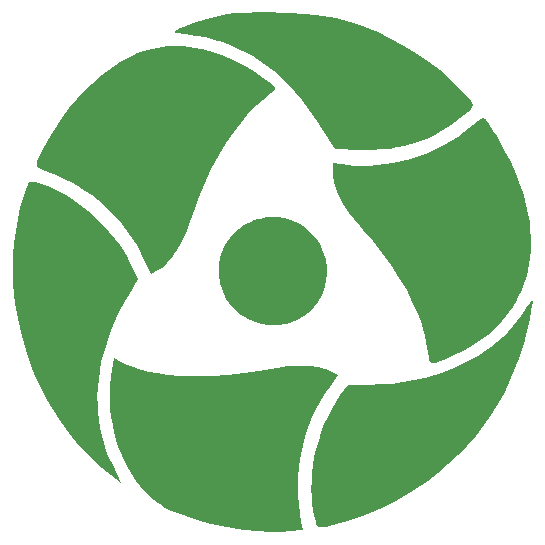
<source format=gto>
G04 Layer: TopSilkscreenLayer*
G04 EasyEDA Pro v1.9.29.eba1c1, 2023-07-30 16:19:25*
G04 Gerber Generator version 0.3*
G04 Scale: 100 percent, Rotated: No, Reflected: No*
G04 Dimensions in millimeters*
G04 Leading zeros omitted, absolute positions, 3 integers and 3 decimals*
%FSLAX33Y33*%
%MOMM*%
%ADD10C,0.254*%
G75*


G04 Image Start*
G36*
G01X-10057Y18922D02*
G01X-10057Y18922D01*
G01X-10431Y18841D01*
G01X-10827Y18734D01*
G01X-11245Y18597D01*
G01X-11686Y18427D01*
G01X-12148Y18222D01*
G01X-12651Y17967D01*
G01X-13173Y17668D01*
G01X-13734Y17307D01*
G01X-14310Y16894D01*
G01X-14919Y16408D01*
G01X-15537Y15861D01*
G01X-16180Y15232D01*
G01X-16823Y14536D01*
G01X-17462Y13771D01*
G01X-18091Y12936D01*
G01X-18702Y12031D01*
G01X-19276Y11082D01*
G01X-19779Y10147D01*
G01X-20116Y9481D01*
G01X-20170Y9356D01*
G01X-20196Y9287D01*
G01X-20214Y9230D01*
G01X-20224Y9191D01*
G01X-20231Y9154D01*
G01X-20235Y9126D01*
G01X-20237Y9099D01*
G01Y9072D01*
G01Y9053D01*
G01X-20235Y9034D01*
G01X-20232Y9015D01*
G01X-20228Y8997D01*
G01X-20224Y8979D01*
G01X-20218Y8962D01*
G01X-20211Y8945D01*
G01X-20203Y8928D01*
G01X-20193Y8911D01*
G01X-20183Y8895D01*
G01X-20172Y8879D01*
G01X-20155Y8857D01*
G01X-20136Y8837D01*
G01X-20115Y8816D01*
G01X-20085Y8790D01*
G01X-20052Y8765D01*
G01X-20008Y8734D01*
G01X-19942Y8693D01*
G01X-19845Y8641D01*
G01X-19659Y8552D01*
G01X-18578Y8111D01*
G01X-17935Y7832D01*
G01X-17310Y7521D01*
G01X-16702Y7181D01*
G01X-16114Y6810D01*
G01X-15546Y6412D01*
G01X-14999Y5985D01*
G01X-14459Y5518D01*
G01X-13944Y5023D01*
G01X-13454Y4502D01*
G01X-12990Y3956D01*
G01X-12553Y3384D01*
G01X-12145Y2789D01*
G01X-11765Y2171D01*
G01X-11417Y1531D01*
G01X-11289Y1277D01*
G01X-10530Y-279D01*
G01X-9913Y96D01*
G01X-9767Y191D01*
G01X-9622Y296D01*
G01X-9467Y423D01*
G01X-9314Y561D01*
G01X-9150Y726D01*
G01X-8977Y919D01*
G01X-8794Y1145D01*
G01X-8590Y1425D01*
G01X-8367Y1770D01*
G01X-8125Y2189D01*
G01X-7854Y2717D01*
G01X-7535Y3428D01*
G01X-7160Y4394D01*
G01X-6919Y5094D01*
G01X-6508Y6239D01*
G01X-6008Y7439D01*
G01X-5428Y8654D01*
G01X-4797Y9824D01*
G01X-4151Y10890D01*
G01X-3526Y11812D01*
G01X-2951Y12575D01*
G01X-2432Y13194D01*
G01X-1977Y13685D01*
G01X-1587Y14064D01*
G01X-1239Y14370D01*
G01X-1059Y14515D01*
G01X-370Y15059D01*
G01X-261Y15156D01*
G01X-203Y15213D01*
G01X-166Y15255D01*
G01X-142Y15284D01*
G01X-122Y15312D01*
G01X-108Y15334D01*
G01X-96Y15355D01*
G01X-88Y15371D01*
G01X-82Y15387D01*
G01X-76Y15402D01*
G01X-72Y15418D01*
G01X-68Y15433D01*
G01X-66Y15449D01*
G01X-65Y15464D01*
G01Y15479D01*
G01X-66Y15494D01*
G01X-68Y15509D01*
G01X-71Y15525D01*
G01X-76Y15540D01*
G01X-81Y15555D01*
G01X-88Y15571D01*
G01X-95Y15586D01*
G01X-107Y15607D01*
G01X-121Y15628D01*
G01X-141Y15655D01*
G01X-165Y15683D01*
G01X-197Y15717D01*
G01X-246Y15765D01*
G01X-327Y15835D01*
G01X-523Y15987D01*
G01X-1077Y16389D01*
G01X-1728Y16839D01*
G01X-2391Y17249D01*
G01X-3065Y17619D01*
G01X-3728Y17941D01*
G01X-4377Y18217D01*
G01X-5010Y18449D01*
G01X-5626Y18639D01*
G01X-6221Y18791D01*
G01X-6794Y18906D01*
G01X-7327Y18986D01*
G01X-7837Y19036D01*
G01X-8323Y19059D01*
G01X-8785Y19057D01*
G01X-9223Y19034D01*
G01X-9636Y18990D01*
G01X-10025Y18928D01*
G01X-10057Y18922D01*
G37*
G36*
G01X21126Y-3298D02*
G01X21126Y-3298D01*
G01X20816Y-3762D01*
G01X20474Y-4222D01*
G01X20100Y-4676D01*
G01X19691Y-5123D01*
G01X19248Y-5560D01*
G01X18769Y-5987D01*
G01X18253Y-6401D01*
G01X17701Y-6800D01*
G01X17112Y-7182D01*
G01X16471Y-7553D01*
G01X15792Y-7901D01*
G01X15073Y-8225D01*
G01X14301Y-8528D01*
G01X13489Y-8799D01*
G01X12637Y-9036D01*
G01X11746Y-9237D01*
G01X10817Y-9398D01*
G01X9850Y-9516D01*
G01X8846Y-9588D01*
G01X7892Y-9610D01*
G01X6112D01*
G01X5484Y-10524D01*
G01X5112Y-11097D01*
G01X4769Y-11690D01*
G01X4446Y-12318D01*
G01X4146Y-12982D01*
G01X3881Y-13659D01*
G01X3652Y-14347D01*
G01X3457Y-15044D01*
G01X3299Y-15746D01*
G01X3178Y-16451D01*
G01X3096Y-17136D01*
G01X3050Y-17797D01*
G01X3039Y-18434D01*
G01X3059Y-19045D01*
G01X3107Y-19628D01*
G01X3181Y-20183D01*
G01X3279Y-20708D01*
G01X3283Y-20728D01*
G01X3387Y-21190D01*
G01X3419Y-21301D01*
G01X3442Y-21367D01*
G01X3464Y-21419D01*
G01X3480Y-21453D01*
G01X3497Y-21485D01*
G01X3512Y-21509D01*
G01X3528Y-21531D01*
G01X3544Y-21552D01*
G01X3561Y-21572D01*
G01X3575Y-21585D01*
G01X3589Y-21598D01*
G01X3604Y-21610D01*
G01X3619Y-21621D01*
G01X3635Y-21631D01*
G01X3652Y-21640D01*
G01X3670Y-21649D01*
G01X3688Y-21657D01*
G01X3713Y-21666D01*
G01X3740Y-21674D01*
G01X3768Y-21681D01*
G01X3798Y-21686D01*
G01X3837Y-21690D01*
G01X3879Y-21693D01*
G01X3933D01*
G01X4002Y-21689D01*
G01X4098Y-21679D01*
G01X4244Y-21655D01*
G01X4517Y-21596D01*
G01X5817Y-21235D01*
G01X6919Y-20887D01*
G01X7994Y-20487D01*
G01X9041Y-20036D01*
G01X10057Y-19536D01*
G01X11042Y-18987D01*
G01X11994Y-18392D01*
G01X12912Y-17752D01*
G01X13794Y-17069D01*
G01X14639Y-16345D01*
G01X15445Y-15580D01*
G01X16211Y-14776D01*
G01X16935Y-13936D01*
G01X17617Y-13061D01*
G01X18254Y-12151D01*
G01X18845Y-11209D01*
G01X19389Y-10237D01*
G01X19884Y-9235D01*
G01X20320Y-8228D01*
G01X20707Y-7197D01*
G01X21043Y-6141D01*
G01X21327Y-5064D01*
G01X21535Y-4087D01*
G01X21744Y-2898D01*
G01X21765Y-2721D01*
G01X21769Y-2645D01*
G01X21770Y-2600D01*
G01X21769Y-2573D01*
G01X21767Y-2554D01*
G01X21765Y-2541D01*
G01X21763Y-2530D01*
G01X21761Y-2523D01*
G01X21759Y-2517D01*
G01X21757Y-2511D01*
G01X21754Y-2506D01*
G01X21752Y-2501D01*
G01X21750Y-2499D01*
G01X21749Y-2497D01*
G01X21748Y-2496D01*
G01X21746Y-2494D01*
G01X21744Y-2492D01*
G01X21743Y-2491D01*
G01X21741Y-2490D01*
G01X21739Y-2489D01*
G01X21738Y-2488D01*
G01X21736Y-2487D01*
G01X21734D01*
G01X21732Y-2486D01*
G01X21730D01*
G01X21728D01*
G01X21726Y-2485D01*
G01X21723Y-2486D01*
G01X21721D01*
G01X21719D01*
G01X21717Y-2487D01*
G01X21712Y-2488D01*
G01X21707Y-2490D01*
G01X21701Y-2493D01*
G01X21696Y-2496D01*
G01X21687Y-2501D01*
G01X21678Y-2508D01*
G01X21665Y-2519D01*
G01X21647Y-2536D01*
G01X21624Y-2561D01*
G01X21586Y-2607D01*
G01X21511Y-2707D01*
G01X21236Y-3124D01*
G01X21126Y-3298D01*
G37*
G36*
G01X16402Y12114D02*
G01X16402Y12114D01*
G01X15929Y11740D01*
G01X15416Y11374D01*
G01X14844Y11008D01*
G01X14231Y10659D01*
G01X13576Y10329D01*
G01X12883Y10023D01*
G01X12172Y9752D01*
G01X11449Y9517D01*
G01X10716Y9319D01*
G01X9977Y9159D01*
G01X9258Y9041D01*
G01X8560Y8964D01*
G01X7888Y8923D01*
G01X7264Y8918D01*
G01X6669Y8943D01*
G01X6244Y8980D01*
G01X4881Y9127D01*
G01Y8281D01*
G01X4886Y8106D01*
G01X4900Y7928D01*
G01X4926Y7730D01*
G01X4964Y7529D01*
G01X5018Y7307D01*
G01X5090Y7063D01*
G01X5185Y6798D01*
G01X5305Y6509D01*
G01X5454Y6195D01*
G01X5647Y5838D01*
G01X5892Y5434D01*
G01X6214Y4962D01*
G01X6611Y4437D01*
G01X7133Y3817D01*
G01X7419Y3501D01*
G01X8237Y2572D01*
G01X9039Y1562D01*
G01X9800Y499D01*
G01X10495Y-582D01*
G01X11095Y-1629D01*
G01X11593Y-2608D01*
G01X11987Y-3490D01*
G01X12283Y-4255D01*
G01X12503Y-4922D01*
G01X12661Y-5495D01*
G01X12771Y-5995D01*
G01X12843Y-6426D01*
G01X12850Y-6476D01*
G01X12965Y-7274D01*
G01X12995Y-7417D01*
G01X13016Y-7497D01*
G01X13033Y-7552D01*
G01X13049Y-7595D01*
G01X13064Y-7627D01*
G01X13079Y-7657D01*
G01X13091Y-7679D01*
G01X13105Y-7699D01*
G01X13115Y-7713D01*
G01X13126Y-7726D01*
G01X13137Y-7738D01*
G01X13149Y-7749D01*
G01X13161Y-7759D01*
G01X13174Y-7769D01*
G01X13187Y-7777D01*
G01X13201Y-7785D01*
G01X13215Y-7791D01*
G01X13229Y-7797D01*
G01X13245Y-7802D01*
G01X13260Y-7806D01*
G01X13277Y-7809D01*
G01X13294Y-7812D01*
G01X13317Y-7814D01*
G01X13342D01*
G01X13368D01*
G01X13401Y-7811D01*
G01X13445Y-7804D01*
G01X13499Y-7793D01*
G01X13576Y-7774D01*
G01X13699Y-7734D01*
G01X14051Y-7600D01*
G01X14409Y-7455D01*
G01X15151Y-7132D01*
G01X15833Y-6794D01*
G01X16458Y-6443D01*
G01X17011Y-6094D01*
G01X17516Y-5739D01*
G01X17992Y-5367D01*
G01X18424Y-4992D01*
G01X18814Y-4617D01*
G01X19180Y-4227D01*
G01X19508Y-3840D01*
G01X19812Y-3440D01*
G01X20094Y-3028D01*
G01X20342Y-2622D01*
G01X20568Y-2205D01*
G01X20773Y-1778D01*
G01X20956Y-1341D01*
G01X21124Y-876D01*
G01X21267Y-400D01*
G01X21388Y86D01*
G01X21488Y602D01*
G01X21562Y1127D01*
G01X21611Y1683D01*
G01X21633Y2250D01*
G01X21625Y2847D01*
G01X21586Y3477D01*
G01X21511Y4139D01*
G01X21392Y4857D01*
G01X21228Y5610D01*
G01X21008Y6421D01*
G01X20723Y7291D01*
G01X20364Y8221D01*
G01X19921Y9214D01*
G01X19386Y10268D01*
G01X18731Y11410D01*
G01X18436Y11886D01*
G01X17988Y12593D01*
G01X17910Y12701D01*
G01X17860Y12765D01*
G01X17822Y12807D01*
G01X17791Y12839D01*
G01X17765Y12862D01*
G01X17744Y12878D01*
G01X17723Y12893D01*
G01X17703Y12905D01*
G01X17687Y12914D01*
G01X17672Y12921D01*
G01X17656Y12927D01*
G01X17640Y12932D01*
G01X17625Y12936D01*
G01X17609Y12939D01*
G01X17592Y12941D01*
G01X17576Y12942D01*
G01X17559D01*
G01X17543Y12941D01*
G01X17525Y12939D01*
G01X17508Y12936D01*
G01X17484Y12930D01*
G01X17460Y12922D01*
G01X17435Y12913D01*
G01X17402Y12899D01*
G01X17361Y12878D01*
G01X17311Y12849D01*
G01X17242Y12803D01*
G01X17122Y12715D01*
G01X16402Y12114D01*
G37*
G36*
G01X-4139Y21742D02*
G01X-4139Y21742D01*
G01X-4821Y21601D01*
G01X-5836Y21338D01*
G01X-6971Y20984D01*
G01X-7744Y20702D01*
G01X-8117Y20544D01*
G01X-8304Y20453D01*
G01X-8401Y20400D01*
G01X-8462Y20362D01*
G01X-8498Y20337D01*
G01X-8522Y20317D01*
G01X-8537Y20304D01*
G01X-8546Y20295D01*
G01X-8554Y20286D01*
G01X-8560Y20278D01*
G01X-8565Y20270D01*
G01X-8568Y20266D01*
G01X-8569Y20262D01*
G01X-8571Y20259D01*
G01X-8572Y20255D01*
G01X-8573Y20251D01*
G01X-8574Y20248D01*
G01Y20245D01*
G01Y20241D01*
G01Y20238D01*
G01X-8573Y20235D01*
G01Y20232D01*
G01X-8571Y20229D01*
G01X-8570Y20226D01*
G01X-8568Y20223D01*
G01X-8566Y20220D01*
G01X-8563Y20218D01*
G01X-8560Y20215D01*
G01X-8557Y20212D01*
G01X-8554Y20210D01*
G01X-8550Y20208D01*
G01X-8541Y20203D01*
G01X-8531Y20199D01*
G01X-8520Y20196D01*
G01X-8507Y20192D01*
G01X-8486Y20188D01*
G01X-8452Y20184D01*
G01X-8443Y20183D01*
G01X-7538Y20084D01*
G01X-6703Y19950D01*
G01X-5920Y19783D01*
G01X-5185Y19588D01*
G01X-4484Y19363D01*
G01X-3814Y19110D01*
G01X-3173Y18830D01*
G01X-2549Y18519D01*
G01X-1941Y18177D01*
G01X-1336Y17795D01*
G01X-746Y17380D01*
G01X-161Y16922D01*
G01X431Y16409D01*
G01X1027Y15837D01*
G01X1627Y15200D01*
G01X2238Y14481D01*
G01X2869Y13659D01*
G01X3525Y12710D01*
G01X3949Y12039D01*
G01X4999Y10320D01*
G01X7257Y10262D01*
G01X8188D01*
G01X8984Y10302D01*
G01X9678Y10373D01*
G01X10298Y10468D01*
G01X10883Y10588D01*
G01X11438Y10732D01*
G01X11964Y10898D01*
G01X12481Y11090D01*
G01X12989Y11309D01*
G01X13505Y11563D01*
G01X14046Y11864D01*
G01X14613Y12218D01*
G01X15223Y12643D01*
G01X15655Y12972D01*
G01X16270Y13467D01*
G01X16397Y13584D01*
G01X16472Y13659D01*
G01X16523Y13716D01*
G01X16561Y13763D01*
G01X16589Y13802D01*
G01X16614Y13840D01*
G01X16631Y13871D01*
G01X16646Y13901D01*
G01X16659Y13931D01*
G01X16670Y13961D01*
G01X16676Y13983D01*
G01X16681Y14006D01*
G01X16685Y14029D01*
G01X16688Y14052D01*
G01X16689Y14074D01*
G01X16690Y14097D01*
G01X16688Y14121D01*
G01X16686Y14144D01*
G01X16682Y14168D01*
G01X16675Y14200D01*
G01X16666Y14232D01*
G01X16655Y14265D01*
G01X16641Y14299D01*
G01X16621Y14343D01*
G01X16592Y14396D01*
G01X16551Y14461D01*
G01X16496Y14540D01*
G01X16405Y14655D01*
G01X16240Y14842D01*
G01X15402Y15685D01*
G01X14724Y16319D01*
G01X13928Y16992D01*
G01X13008Y17693D01*
G01X12001Y18384D01*
G01X10912Y19052D01*
G01X9791Y19665D01*
G01X8672Y20206D01*
G01X7610Y20654D01*
G01X6634Y21009D01*
G01X5751Y21281D01*
G01X5487Y21353D01*
G01X5165Y21428D01*
G01X4568Y21534D01*
G01X3406Y21680D01*
G01X1271Y21841D01*
G01X-1215Y21908D01*
G01X-2796Y21874D01*
G01X-3585Y21816D01*
G01X-4020Y21762D01*
G01X-4139Y21742D01*
G37*
G36*
G01X-13831Y-8347D02*
G01X-13831Y-8347D01*
G01X-13925Y-8999D01*
G01X-13987Y-9665D01*
G01X-14016Y-10343D01*
G01X-14011Y-11017D01*
G01X-13972Y-11685D01*
G01X-13898Y-12359D01*
G01X-13794Y-13008D01*
G01X-13659Y-13645D01*
G01X-13493Y-14268D01*
G01X-13302Y-14863D01*
G01X-13089Y-15427D01*
G01X-12856Y-15961D01*
G01X-12606Y-16465D01*
G01X-12340Y-16938D01*
G01X-12061Y-17381D01*
G01X-11771Y-17793D01*
G01X-11480Y-18166D01*
G01X-11181Y-18509D01*
G01X-10878Y-18825D01*
G01X-10571Y-19114D01*
G01X-10261Y-19376D01*
G01X-9950Y-19613D01*
G01X-9640Y-19826D01*
G01X-9330Y-20015D01*
G01X-9024Y-20182D01*
G01X-8797Y-20293D01*
G01X-8297Y-20509D01*
G01X-7608Y-20767D01*
G01X-6682Y-21061D01*
G01X-5481Y-21377D01*
G01X-4076Y-21672D01*
G01X-2661Y-21896D01*
G01X-1438Y-22028D01*
G01X-483Y-22082D01*
G01X220Y-22087D01*
G01X750Y-22063D01*
G01X1071Y-22034D01*
G01X2294Y-21895D01*
G01X2171Y-21266D01*
G01X2042Y-20499D01*
G01X1951Y-19731D01*
G01X1900Y-18963D01*
G01X1887Y-18174D01*
G01X1915Y-17388D01*
G01X1980Y-16632D01*
G01X2082Y-15882D01*
G01X2222Y-15142D01*
G01X2398Y-14412D01*
G01X2611Y-13695D01*
G01X2851Y-13013D01*
G01X3124Y-12347D01*
G01X3431Y-11696D01*
G01X3759Y-11083D01*
G01X4117Y-10489D01*
G01X4492Y-9932D01*
G01X4600Y-9782D01*
G01X5321Y-8797D01*
G01X4445Y-8398D01*
G01X4277Y-8327D01*
G01X4100Y-8263D01*
G01X3900Y-8202D01*
G01X3672Y-8145D01*
G01X3414Y-8095D01*
G01X3123Y-8054D01*
G01X2774Y-8024D01*
G01X2357Y-8008D01*
G01X1817Y-8016D01*
G01X1099Y-8065D01*
G01X104Y-8183D01*
G01X-1384Y-8435D01*
G01X-2685Y-8650D01*
G01X-4057Y-8807D01*
G01X-5446Y-8896D01*
G01X-6779Y-8915D01*
G01X-7994Y-8871D01*
G01X-9061Y-8778D01*
G01X-9960Y-8654D01*
G01X-10714Y-8512D01*
G01X-11332Y-8362D01*
G01X-11838Y-8212D01*
G01X-12251Y-8066D01*
G01X-12596Y-7924D01*
G01X-12882Y-7790D01*
G01X-12910Y-7775D01*
G01X-13667Y-7388D01*
G01X-13831Y-8347D01*
G37*
G36*
G01X-21325Y6346D02*
G01X-21325Y6346D01*
G01X-21591Y5396D01*
G01X-21815Y4410D01*
G01X-21994Y3389D01*
G01X-22122Y2347D01*
G01X-22200Y1274D01*
G01X-22225Y172D01*
G01X-22194Y-944D01*
G01X-22104Y-2084D01*
G01X-21955Y-3231D01*
G01X-21746Y-4383D01*
G01X-21480Y-5524D01*
G01X-21156Y-6649D01*
G01X-20777Y-7756D01*
G01X-20342Y-8842D01*
G01X-19860Y-9892D01*
G01X-19332Y-10903D01*
G01X-18762Y-11874D01*
G01X-18158Y-12792D01*
G01X-17518Y-13667D01*
G01X-16852Y-14488D01*
G01X-16163Y-15254D01*
G01X-15446Y-15974D01*
G01X-14713Y-16641D01*
G01X-13967Y-17254D01*
G01X-13947Y-17269D01*
G01X-13092Y-17934D01*
G01X-13797Y-16446D01*
G01X-14073Y-15823D01*
G01X-14316Y-15192D01*
G01X-14525Y-14553D01*
G01X-14697Y-13921D01*
G01X-14837Y-13283D01*
G01X-14946Y-12625D01*
G01X-15023Y-11962D01*
G01X-15065Y-11293D01*
G01X-15074Y-10605D01*
G01X-15048Y-9898D01*
G01X-14983Y-9173D01*
G01X-14879Y-8430D01*
G01X-14732Y-7669D01*
G01X-14541Y-6891D01*
G01X-14299Y-6082D01*
G01X-14001Y-5241D01*
G01X-13641Y-4370D01*
G01X-13208Y-3455D01*
G01X-12702Y-2512D01*
G01X-12440Y-2063D01*
G01X-11614Y-687D01*
G01X-12391Y871D01*
G01X-12602Y1265D01*
G01X-12860Y1696D01*
G01X-13185Y2180D01*
G01X-13583Y2712D01*
G01X-14060Y3287D01*
G01X-14621Y3897D01*
G01X-15234Y4499D01*
G01X-15892Y5083D01*
G01X-16553Y5612D01*
G01X-17188Y6070D01*
G01X-17773Y6447D01*
G01X-18283Y6741D01*
G01X-18734Y6971D01*
G01X-19126Y7147D01*
G01X-19476Y7284D01*
G01X-19786Y7386D01*
G01X-20056Y7460D01*
G01X-20287Y7510D01*
G01X-20510Y7549D01*
G01X-20576Y7557D01*
G01X-20626Y7560D01*
G01X-20663D01*
G01X-20689Y7558D01*
G01X-20715Y7555D01*
G01X-20739Y7550D01*
G01X-20755Y7546D01*
G01X-20770Y7541D01*
G01X-20785Y7536D01*
G01X-20799Y7529D01*
G01X-20813Y7522D01*
G01X-20827Y7514D01*
G01X-20840Y7505D01*
G01X-20853Y7495D01*
G01X-20866Y7484D01*
G01X-20885Y7466D01*
G01X-20903Y7446D01*
G01X-20922Y7424D01*
G01X-20939Y7399D01*
G01X-20963Y7361D01*
G01X-20992Y7308D01*
G01X-21026Y7234D01*
G01X-21080Y7101D01*
G01X-21216Y6697D01*
G01X-21325Y6346D01*
G37*
G36*
G01X-2480Y3992D02*
G01X-2480Y3992D01*
G01X-2690Y3870D01*
G01X-2889Y3739D01*
G01X-3078Y3600D01*
G01X-3258Y3453D01*
G01X-3427Y3299D01*
G01X-3587Y3138D01*
G01X-3737Y2971D01*
G01X-3877Y2797D01*
G01X-4008Y2617D01*
G01X-4128Y2433D01*
G01X-4247Y2227D01*
G01X-4355Y2016D01*
G01X-4451Y1801D01*
G01X-4535Y1581D01*
G01X-4608Y1358D01*
G01X-4669Y1131D01*
G01X-4718Y902D01*
G01X-4756Y671D01*
G01X-4782Y439D01*
G01X-4797Y187D01*
G01X-4799Y-65D01*
G01X-4787Y-317D01*
G01X-4763Y-550D01*
G01X-4728Y-782D01*
G01X-4682Y-1013D01*
G01X-4623Y-1241D01*
G01X-4553Y-1466D01*
G01X-4471Y-1688D01*
G01X-4377Y-1906D01*
G01X-4272Y-2120D01*
G01X-4155Y-2329D01*
G01X-4026Y-2533D01*
G01X-3897Y-2716D01*
G01X-3757Y-2893D01*
G01X-3608Y-3064D01*
G01X-3448Y-3229D01*
G01X-3279Y-3388D01*
G01X-3099Y-3539D01*
G01X-2909Y-3683D01*
G01X-2710Y-3818D01*
G01X-2588Y-3894D01*
G01X-2350Y-4029D01*
G01X-2108Y-4149D01*
G01X-1884Y-4246D01*
G01X-1659Y-4331D01*
G01X-1432Y-4403D01*
G01X-1205Y-4463D01*
G01X-978Y-4511D01*
G01X-751Y-4548D01*
G01X-525Y-4572D01*
G01X-281Y-4586D01*
G01X-38D01*
G01X203Y-4573D01*
G01X441Y-4548D01*
G01X677Y-4510D01*
G01X909Y-4460D01*
G01X1138Y-4399D01*
G01X1363Y-4325D01*
G01X1583Y-4240D01*
G01X1798Y-4144D01*
G01X2007Y-4037D01*
G01X2211Y-3919D01*
G01X2408Y-3790D01*
G01X2598Y-3652D01*
G01X2781Y-3503D01*
G01X2956Y-3345D01*
G01X3124Y-3178D01*
G01X3282Y-3001D01*
G01X3432Y-2815D01*
G01X3572Y-2620D01*
G01X3702Y-2417D01*
G01X3813Y-2223D01*
G01X3914Y-2021D01*
G01X4006Y-1813D01*
G01X4089Y-1599D01*
G01X4161Y-1378D01*
G01X4222Y-1152D01*
G01X4272Y-919D01*
G01X4312Y-681D01*
G01X4339Y-438D01*
G01X4355Y-189D01*
G01X4358Y1D01*
G01X4351Y268D01*
G01X4330Y529D01*
G01X4298Y765D01*
G01X4256Y996D01*
G01X4202Y1222D01*
G01X4138Y1442D01*
G01X4064Y1657D01*
G01X3972Y1882D01*
G01X3870Y2101D01*
G01X3756Y2312D01*
G01X3632Y2515D01*
G01X3499Y2711D01*
G01X3356Y2898D01*
G01X3204Y3077D01*
G01X3043Y3247D01*
G01X2874Y3408D01*
G01X2697Y3560D01*
G01X2513Y3703D01*
G01X2322Y3836D01*
G01X2125Y3959D01*
G01X1921Y4072D01*
G01X1712Y4175D01*
G01X1498Y4267D01*
G01X1279Y4348D01*
G01X1055Y4418D01*
G01X828Y4476D01*
G01X597Y4523D01*
G01X363Y4558D01*
G01X126Y4581D01*
G01X-113Y4591D01*
G01X-354Y4589D01*
G01X-597Y4574D01*
G01X-840Y4546D01*
G01X-1084Y4505D01*
G01X-1328Y4450D01*
G01X-1572Y4381D01*
G01X-1815Y4298D01*
G01X-2057Y4200D01*
G01X-2297Y4088D01*
G01X-2480Y3992D01*
G37*
G04 Image End*
G04 Image End*
G54D10*

M02*

</source>
